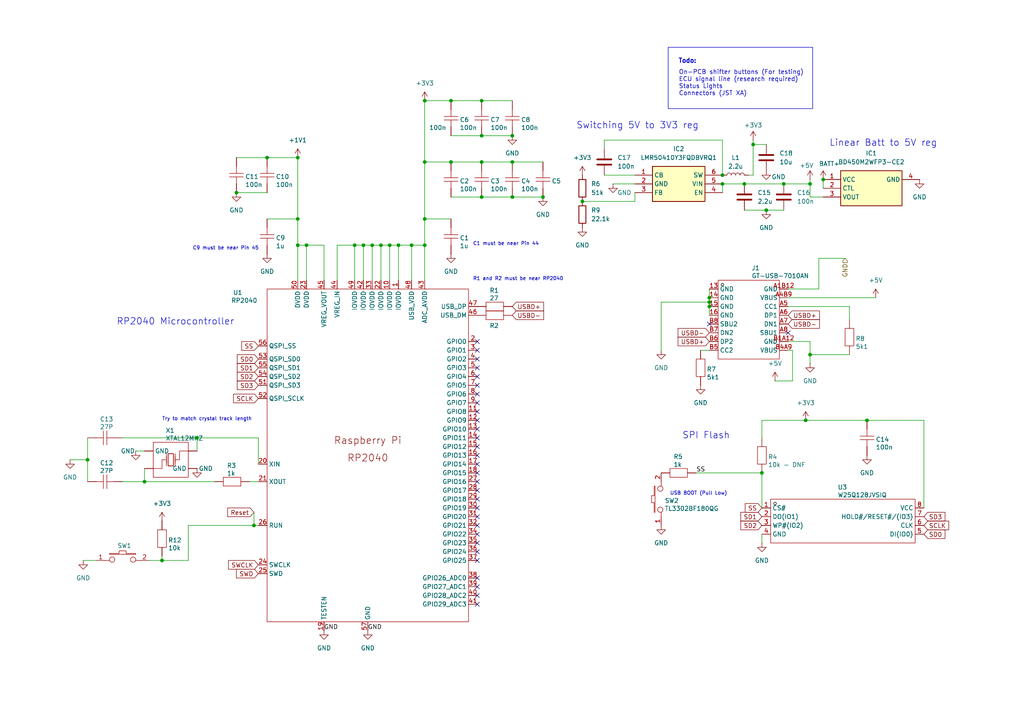
<source format=kicad_sch>
(kicad_sch (version 20250114) (generator "eeschema") (generator_version "9.0")
  (paper "A4")
  (lib_symbols
    (symbol "BD450M2WFP3-CE2:BD450M2WFP3-CE2"
      (property "Reference" "IC" (at 24.13 7.62 0))
      (property "Value" "BD450M2WFP3-CE2" (at 24.13 5.08 0))
      (symbol "BD450M2WFP3-CE2_1_1"
        (pin input line (at 0 0 0) (length 5.08) (name "VCC") (number "1"))
        (pin input line (at 0 -2.54 0) (length 5.08) (name "CTL") (number "2"))
        (pin output line (at 0 -5.08 0) (length 5.08) (name "VOUT") (number "3"))
        (pin power_in line (at 27.94 0 180) (length 5.08) (name "GND") (number "4"))
      )
    )
    (symbol "Device:C" (pin_numbers (hide yes)) (pin_names (offset 0.254))
      (property "Reference" "C" (at 0.635 2.54 0))
      (property "Value" "C" (at 0.635 -2.54 0))
      (symbol "C_1_1"
        (pin passive line (at 0 3.81 270) (length 2.794) (name "~") (number "1"))
        (pin passive line (at 0 -3.81 90) (length 2.794) (name "~") (number "2"))
      )
    )
    (symbol "Device:L" (pin_numbers (hide yes)) (pin_names (offset 1.016) (hide yes))
      (property "Reference" "L" (at -1.27 0 90))
      (property "Value" "L" (at 1.905 0 90))
      (symbol "L_1_1"
        (pin passive line (at 0 3.81 270) (length 1.27) (name "1") (number "1"))
        (pin passive line (at 0 -3.81 90) (length 1.27) (name "2") (number "2"))
      )
    )
    (symbol "Device:R" (pin_numbers (hide yes)) (pin_names (offset 0))
      (property "Reference" "R" (at 2.032 0 90))
      (property "Value" "R" (at 0 0 90))
      (symbol "R_1_1"
        (pin passive line (at 0 3.81 270) (length 1.27) (name "~") (number "1"))
        (pin passive line (at 0 -3.81 90) (length 1.27) (name "~") (number "2"))
      )
    )
    (symbol "LMR50410Y3FQDBVRQ1:LMR50410Y3FQDBVRQ1"
      (property "Reference" "IC" (at 21.59 7.62 0))
      (property "Value" "LMR50410Y3FQDBVRQ1" (at 21.59 5.08 0))
      (symbol "LMR50410Y3FQDBVRQ1_1_1"
        (pin passive line (at 0 0 0) (length 5.08) (name "CB") (number "1"))
        (pin passive line (at 0 -2.54 0) (length 5.08) (name "GND") (number "2"))
        (pin passive line (at 0 -5.08 0) (length 5.08) (name "FB") (number "3"))
        (pin passive line (at 25.4 0 180) (length 5.08) (name "SW") (number "6"))
        (pin passive line (at 25.4 -2.54 180) (length 5.08) (name "VIN") (number "5"))
        (pin passive line (at 25.4 -5.08 180) (length 5.08) (name "EN") (number "4"))
      )
    )
    (symbol "Reference_import-altium-import:root_0_0603WAF1001T5E_" (pin_numbers (hide yes)) (pin_names (hide yes))
      (symbol "root_0_0603WAF1001T5E__1_0"
        (pin passive line (at -5.08 0 0) (length 2.54) (name "1") (number "1"))
        (pin passive line (at 5.08 0 180) (length 2.54) (name "2") (number "2"))
      )
    )
    (symbol "Reference_import-altium-import:root_0_0603WAF270JT5E_" (pin_numbers (hide yes)) (pin_names (hide yes))
      (symbol "root_0_0603WAF270JT5E__1_0"
        (pin passive line (at -5.08 0 0) (length 2.54) (name "1") (number "1"))
        (pin passive line (at 5.08 0 180) (length 2.54) (name "2") (number "2"))
      )
    )
    (symbol "Reference_import-altium-import:root_0_CL10C270JB8NNNC_" (pin_numbers (hide yes)) (pin_names (hide yes))
      (symbol "root_0_CL10C270JB8NNNC__1_0"
        (pin passive line (at -5.08 0 0) (length 2.54) (name "1") (number "1"))
        (pin passive line (at 5.08 0 180) (length 2.54) (name "2") (number "2"))
      )
    )
    (symbol "Reference_import-altium-import:root_0_GT-USB-7010AN_"
      (symbol "root_0_GT-USB-7010AN__1_0"
        (pin passive line (at -11.43 8.89 0) (length 2.54) (name "GND") (number "13"))
        (pin passive line (at -11.43 6.35 0) (length 2.54) (name "GND") (number "14"))
        (pin passive line (at -11.43 3.81 0) (length 2.54) (name "GND") (number "15"))
        (pin passive line (at -11.43 1.27 0) (length 2.54) (name "GND") (number "16"))
        (pin passive line (at -11.43 -1.27 0) (length 2.54) (name "SBU2") (number "B8"))
        (pin passive line (at -11.43 -3.81 0) (length 2.54) (name "DN2") (number "B7"))
        (pin passive line (at -11.43 -6.35 0) (length 2.54) (name "DP2") (number "B6"))
        (pin passive line (at -11.43 -8.89 0) (length 2.54) (name "CC2") (number "B5"))
        (pin passive line (at 11.43 8.89 180) (length 2.54) (name "GND") (number "A1B12"))
        (pin passive line (at 11.43 6.35 180) (length 2.54) (name "VBUS") (number "A4B9"))
        (pin passive line (at 11.43 3.81 180) (length 2.54) (name "CC1") (number "A5"))
        (pin passive line (at 11.43 1.27 180) (length 2.54) (name "DP1") (number "A6"))
        (pin passive line (at 11.43 -1.27 180) (length 2.54) (name "DN1") (number "A7"))
        (pin passive line (at 11.43 -3.81 180) (length 2.54) (name "SBU1") (number "A8"))
        (pin passive line (at 11.43 -6.35 180) (length 2.54) (name "GND") (number "B1A12"))
        (pin passive line (at 11.43 -8.89 180) (length 2.54) (name "VBUS") (number "B4A9"))
      )
    )
    (symbol "Reference_import-altium-import:root_0_RP2040_"
      (symbol "root_0_RP2040__1_0"
        (text "Raspberry Pi" (at 0 6.916 0) (effects (font (size 2.032 2.032))))
        (text "RP2040" (at 0 1.836 0) (effects (font (size 2.032 2.032))))
        (pin passive line (at -31.75 34.29 0) (length 2.54) (name "QSPI_SS") (number "56"))
        (pin passive line (at -31.75 30.48 0) (length 2.54) (name "QSPI_SD0") (number "53"))
        (pin passive line (at -31.75 27.94 0) (length 2.54) (name "QSPI_SD1") (number "55"))
        (pin passive line (at -31.75 25.4 0) (length 2.54) (name "QSPI_SD2") (number "54"))
        (pin passive line (at -31.75 22.86 0) (length 2.54) (name "QSPI_SD3") (number "51"))
        (pin passive line (at -31.75 19.05 0) (length 2.54) (name "QSPI_SCLK") (number "52"))
        (pin passive line (at -31.75 0 0) (length 2.54) (name "XIN") (number "20"))
        (pin passive line (at -31.75 -5.08 0) (length 2.54) (name "XOUT") (number "21"))
        (pin passive line (at -31.75 -17.78 0) (length 2.54) (name "RUN") (number "26"))
        (pin passive line (at -31.75 -29.21 0) (length 2.54) (name "SWCLK") (number "24"))
        (pin passive line (at -31.75 -31.75 0) (length 2.54) (name "SWD") (number "25"))
        (pin passive line (at -20.32 53.34 270) (length 2.54) (name "DVDD") (number "50"))
        (pin passive line (at -17.78 53.34 270) (length 2.54) (name "DVDD") (number "23"))
        (pin passive line (at -12.7 53.34 270) (length 2.54) (name "VREG_VOUT") (number "45"))
        (pin passive line (at -12.7 -48.26 90) (length 2.54) (name "TESTEN") (number "19"))
        (pin passive line (at -8.89 53.34 270) (length 2.54) (name "VREG_IN") (number "44"))
        (pin passive line (at -3.81 53.34 270) (length 2.54) (name "IOVDD") (number "49"))
        (pin passive line (at -1.27 53.34 270) (length 2.54) (name "IOVDD") (number "42"))
        (pin passive line (at 0 -48.26 90) (length 2.54) (name "GND") (number "57"))
        (pin passive line (at 1.27 53.34 270) (length 2.54) (name "IOVDD") (number "33"))
        (pin passive line (at 3.81 53.34 270) (length 2.54) (name "IOVDD") (number "22"))
        (pin passive line (at 6.35 53.34 270) (length 2.54) (name "IOVDD") (number "10"))
        (pin passive line (at 8.89 53.34 270) (length 2.54) (name "IOVDD") (number "1"))
        (pin passive line (at 12.7 53.34 270) (length 2.54) (name "USB_VDD") (number "48"))
        (pin passive line (at 16.51 53.34 270) (length 2.54) (name "ADC_AVDD") (number "43"))
        (pin passive line (at 31.75 45.72 180) (length 2.54) (name "USB_DP") (number "47"))
        (pin passive line (at 31.75 43.18 180) (length 2.54) (name "USB_DM") (number "46"))
        (pin passive line (at 31.75 35.56 180) (length 2.54) (name "GPIO0") (number "2"))
        (pin passive line (at 31.75 33.02 180) (length 2.54) (name "GPIO1") (number "3"))
        (pin passive line (at 31.75 30.48 180) (length 2.54) (name "GPIO2") (number "4"))
        (pin passive line (at 31.75 27.94 180) (length 2.54) (name "GPIO3") (number "5"))
        (pin passive line (at 31.75 25.4 180) (length 2.54) (name "GPIO4") (number "6"))
        (pin passive line (at 31.75 22.86 180) (length 2.54) (name "GPIO5") (number "7"))
        (pin passive line (at 31.75 20.32 180) (length 2.54) (name "GPIO6") (number "8"))
        (pin passive line (at 31.75 17.78 180) (length 2.54) (name "GPIO7") (number "9"))
        (pin passive line (at 31.75 15.24 180) (length 2.54) (name "GPIO8") (number "11"))
        (pin passive line (at 31.75 12.7 180) (length 2.54) (name "GPIO9") (number "12"))
        (pin passive line (at 31.75 10.16 180) (length 2.54) (name "GPIO10") (number "13"))
        (pin passive line (at 31.75 7.62 180) (length 2.54) (name "GPIO11") (number "14"))
        (pin passive line (at 31.75 5.08 180) (length 2.54) (name "GPIO12") (number "15"))
        (pin passive line (at 31.75 2.54 180) (length 2.54) (name "GPIO13") (number "16"))
        (pin passive line (at 31.75 0 180) (length 2.54) (name "GPIO14") (number "17"))
        (pin passive line (at 31.75 -2.54 180) (length 2.54) (name "GPIO15") (number "18"))
        (pin passive line (at 31.75 -5.08 180) (length 2.54) (name "GPIO16") (number "27"))
        (pin passive line (at 31.75 -7.62 180) (length 2.54) (name "GPIO17") (number "28"))
        (pin passive line (at 31.75 -10.16 180) (length 2.54) (name "GPIO18") (number "29"))
        (pin passive line (at 31.75 -12.7 180) (length 2.54) (name "GPIO19") (number "30"))
        (pin passive line (at 31.75 -15.24 180) (length 2.54) (name "GPIO20") (number "31"))
        (pin passive line (at 31.75 -17.78 180) (length 2.54) (name "GPIO21") (number "32"))
        (pin passive line (at 31.75 -20.32 180) (length 2.54) (name "GPIO22") (number "34"))
        (pin passive line (at 31.75 -22.86 180) (length 2.54) (name "GPIO23") (number "35"))
        (pin passive line (at 31.75 -25.4 180) (length 2.54) (name "GPIO24") (number "36"))
        (pin passive line (at 31.75 -27.94 180) (length 2.54) (name "GPIO25") (number "37"))
        (pin passive line (at 31.75 -33.02 180) (length 2.54) (name "GPIO26_ADC0") (number "38"))
        (pin passive line (at 31.75 -35.56 180) (length 2.54) (name "GPIO27_ADC1") (number "39"))
        (pin passive line (at 31.75 -38.1 180) (length 2.54) (name "GPIO28_ADC2") (number "40"))
        (pin passive line (at 31.75 -40.64 180) (length 2.54) (name "GPIO29_ADC3") (number "41"))
      )
    )
    (symbol "Reference_import-altium-import:root_0_TL3302BF180QG_" (pin_names (hide yes))
      (symbol "root_0_TL3302BF180QG__1_0"
        (pin passive line (at -7.62 0 0) (length 2.54) (name "1") (number "1"))
        (pin passive line (at 7.62 0 180) (length 2.54) (name "2") (number "2"))
      )
    )
    (symbol "Reference_import-altium-import:root_0_W25Q128JVSSIQ_"
      (symbol "root_0_W25Q128JVSSIQ__1_0"
        (pin passive line (at -24.13 3.81 0) (length 2.54) (name "CS#") (number "1"))
        (pin passive line (at -24.13 1.27 0) (length 2.54) (name "DO(IO1)") (number "2"))
        (pin passive line (at -24.13 -1.27 0) (length 2.54) (name "WP#(IO2)") (number "3"))
        (pin passive line (at -24.13 -3.81 0) (length 2.54) (name "GND") (number "4"))
        (pin passive line (at 22.86 3.81 180) (length 2.54) (name "VCC") (number "8"))
        (pin passive line (at 22.86 1.27 180) (length 2.54) (name "HOLD#/RESET#/(IO3)") (number "7"))
        (pin passive line (at 22.86 -1.27 180) (length 2.54) (name "CLK") (number "6"))
        (pin passive line (at 22.86 -3.81 180) (length 2.54) (name "DI(IO0)") (number "5"))
      )
    )
    (symbol "Reference_import-altium-import:root_0_XTAL12MHz_" (pin_numbers (hide yes))
      (symbol "root_0_XTAL12MHz__1_0"
        (pin passive line (at -7.62 2.54 0) (length 2.54) (name "GND") (number "4"))
        (pin passive line (at -7.62 -2.54 0) (length 2.54) (name "OSC1") (number "1"))
        (pin passive line (at 7.62 2.54 180) (length 2.54) (name "OSC2") (number "3"))
        (pin passive line (at 7.62 -2.54 180) (length 2.54) (name "GND") (number "2"))
      )
    )
    (symbol "Reference_import-altium-import:root_1_0603WAF1002T5E_" (pin_numbers (hide yes)) (pin_names (hide yes))
      (symbol "root_1_0603WAF1002T5E__1_0"
        (pin passive line (at 0 5.08 270) (length 2.54) (name "2") (number "2"))
        (pin passive line (at 0 -5.08 90) (length 2.54) (name "1") (number "1"))
      )
    )
    (symbol "Reference_import-altium-import:root_1_0603WAF5101T5E_" (pin_numbers (hide yes)) (pin_names (hide yes))
      (symbol "root_1_0603WAF5101T5E__1_0"
        (pin passive line (at 0 5.08 270) (length 2.54) (name "2") (number "2"))
        (pin passive line (at 0 -5.08 90) (length 2.54) (name "1") (number "1"))
      )
    )
    (symbol "Reference_import-altium-import:root_1_10k - DNF_" (pin_numbers (hide yes)) (pin_names (hide yes))
      (symbol "root_1_10k - DNF__1_0"
        (pin passive line (at 0 5.08 270) (length 2.54) (name "2") (number "2"))
        (pin passive line (at 0 -5.08 90) (length 2.54) (name "1") (number "1"))
      )
    )
    (symbol "Reference_import-altium-import:root_1_CC0603KRX7R9BB104_" (pin_numbers (hide yes)) (pin_names (hide yes))
      (symbol "root_1_CC0603KRX7R9BB104__1_0"
        (pin passive line (at 0 5.08 270) (length 2.54) (name "2") (number "2"))
        (pin passive line (at 0 -5.08 90) (length 2.54) (name "1") (number "1"))
      )
    )
    (symbol "Reference_import-altium-import:root_1_TL3302BF180QG_" (pin_names (hide yes))
      (symbol "root_1_TL3302BF180QG__1_0"
        (pin passive line (at 0 7.62 270) (length 2.54) (name "2") (number "2"))
        (pin passive line (at 0 -7.62 90) (length 2.54) (name "1") (number "1"))
      )
    )
    (symbol "Reference_import-altium-import:root_3_CC0603KRX7R9BB104_" (pin_numbers (hide yes)) (pin_names (hide yes))
      (symbol "root_3_CC0603KRX7R9BB104__1_0"
        (pin passive line (at 0 5.08 270) (length 2.54) (name "1") (number "1"))
        (pin passive line (at 0 -5.08 90) (length 2.54) (name "2") (number "2"))
      )
    )
    (symbol "Reference_import-altium-import:root_3_CL10A105KB8NNNC_" (pin_numbers (hide yes)) (pin_names (hide yes))
      (symbol "root_3_CL10A105KB8NNNC__1_0"
        (pin passive line (at 0 5.08 270) (length 2.54) (name "1") (number "1"))
        (pin passive line (at 0 -5.08 90) (length 2.54) (name "2") (number "2"))
      )
    )
    (symbol "power:+1V1" (power) (pin_numbers (hide yes)) (pin_names (offset 0) (hide yes))
      (property "Value" "+1V1" (at 0 3.556 0))
      (symbol "+1V1_1_1"
        (pin power_in line (at 0 0 90) (length 0) (name "~") (number "1"))
      )
    )
    (symbol "power:+3V3" (power) (pin_numbers (hide yes)) (pin_names (offset 0) (hide yes))
      (property "Value" "+3V3" (at 0 3.556 0))
      (symbol "+3V3_1_1"
        (pin power_in line (at 0 0 90) (length 0) (name "~") (number "1"))
      )
    )
    (symbol "power:+5V" (power) (pin_numbers (hide yes)) (pin_names (offset 0) (hide yes))
      (property "Value" "+5V" (at 0 3.556 0))
      (symbol "+5V_1_1"
        (pin power_in line (at 0 0 90) (length 0) (name "~") (number "1"))
      )
    )
    (symbol "power:GND" (power) (pin_numbers (hide yes)) (pin_names (offset 0) (hide yes))
      (property "Value" "GND" (at 0 -3.81 0))
      (symbol "GND_1_1"
        (pin power_in line (at 0 0 270) (length 0) (name "~") (number "1"))
      )
    )
  )
  (rectangle (start 193.802 13.716) (end 235.712 31.496))
  (text "RP2040 Microcontroller" (at 33.782 94.488 0) (effects (font (size 1.905 1.905)) (justify left bottom)))
  (text "Try to match crystal track length" (at 46.99 122.192 0) (effects (font (size 1.016 1.016)) (justify left bottom)))
  (text "Todo:" (at 199.39 17.78 0) (effects (font (size 1.27 1.27) (thickness 0.254) (bold yes))))
  (text "R1 and R2 must be near RP2040" (at 137.16 81.552 0) (effects (font (size 1.016 1.016)) (justify left bottom)))
  (text "On-PCB shifter buttons (For testing)\nECU signal line (research required)\nStatus Lights\nConnectors (JST XA)\n\n" (at 196.85 25.146 0) (effects (font (size 1.27 1.27)) (justify left)))
  (text "Switching 5V to 3V3 reg" (at 167.132 37.592 0) (effects (font (size 1.905 1.905)) (justify left bottom)))
  (text "C9 must be near Pin 45" (at 55.88 72.662 0) (effects (font (size 1.016 1.016)) (justify left bottom)))
  (text "USB BOOT (Pull Low)" (at 194.31 143.782 0) (effects (font (size 1.016 1.016)) (justify left bottom)))
  (text "SPI Flash\n" (at 197.866 127.508 0) (effects (font (size 1.905 1.905)) (justify left bottom)))
  (text "Linear Batt to 5V reg\n" (at 240.538 42.672 0) (effects (font (size 1.905 1.905)) (justify left bottom)))
  (text "C1 must be near Pin 44" (at 137.16 71.392 0) (effects (font (size 1.016 1.016)) (justify left bottom)))
  (junction (at 119.38 71.12))
  (junction (at 25.4 133.35))
  (junction (at 139.7 46.99))
  (junction (at 233.68 121.92))
  (junction (at 46.99 162.56))
  (junction (at 215.9 53.34))
  (junction (at 68.58 55.88))
  (junction (at 234.95 53.34))
  (junction (at 130.81 46.99))
  (junction (at 139.7 29.21))
  (junction (at 105.41 71.12))
  (junction (at 86.36 63.5))
  (junction (at 157.48 57.15))
  (junction (at 205.74 86.36))
  (junction (at 148.59 57.15))
  (junction (at 123.19 46.99))
  (junction (at 209.55 50.8))
  (junction (at 86.36 71.12))
  (junction (at 148.59 46.99))
  (junction (at 113.03 71.12))
  (junction (at 110.49 71.12))
  (junction (at 77.47 45.72))
  (junction (at 209.55 53.34))
  (junction (at 123.19 71.12))
  (junction (at 123.19 29.21))
  (junction (at 139.7 57.15))
  (junction (at 57.15 127))
  (junction (at 222.25 60.96))
  (junction (at 107.95 71.12))
  (junction (at 115.57 71.12))
  (junction (at 130.81 29.21))
  (junction (at 102.87 71.12))
  (junction (at 238.76 52.07))
  (junction (at 205.74 88.9))
  (junction (at 88.9 71.12))
  (junction (at 205.74 87.63))
  (junction (at 73.66 152.4))
  (junction (at 168.91 58.42))
  (junction (at 139.7 39.37))
  (junction (at 123.19 63.5))
  (junction (at 148.59 39.37))
  (junction (at 220.98 137.16))
  (junction (at 227.33 53.34))
  (junction (at 86.36 45.72))
  (junction (at 234.95 102.87))
  (junction (at 218.44 41.91))
  (junction (at 41.91 139.7))
  (junction (at 251.46 121.92))
  (no_connect (at 138.43 175.26))
  (no_connect (at 138.43 106.68))
  (no_connect (at 138.43 132.08))
  (no_connect (at 138.43 154.94))
  (no_connect (at 138.43 109.22))
  (no_connect (at 138.43 124.46))
  (no_connect (at 138.43 116.84))
  (no_connect (at 138.43 170.18))
  (no_connect (at 138.43 127))
  (no_connect (at 138.43 104.14))
  (no_connect (at 138.43 121.92))
  (no_connect (at 138.43 157.48))
  (no_connect (at 138.43 149.86))
  (no_connect (at 138.43 99.06))
  (no_connect (at 138.43 101.6))
  (no_connect (at 138.43 119.38))
  (no_connect (at 205.74 93.98))
  (no_connect (at 138.43 147.32))
  (no_connect (at 138.43 167.64))
  (no_connect (at 138.43 129.54))
  (no_connect (at 138.43 139.7))
  (no_connect (at 228.6 96.52))
  (no_connect (at 138.43 114.3))
  (no_connect (at 138.43 134.62))
  (no_connect (at 138.43 111.76))
  (no_connect (at 138.43 172.72))
  (no_connect (at 138.43 137.16))
  (no_connect (at 138.43 162.56))
  (no_connect (at 138.43 160.02))
  (no_connect (at 138.43 152.4))
  (no_connect (at 138.43 144.78))
  (no_connect (at 138.43 142.24))
  (wire (pts (xy 205.74 86.36) (xy 205.74 87.63)))
  (wire (pts (xy 77.47 55.88) (xy 68.58 55.88)))
  (wire (pts (xy 113.03 81.28) (xy 113.03 71.12)))
  (wire (pts (xy 57.15 127) (xy 74.93 127)))
  (wire (pts (xy 97.79 71.12) (xy 97.79 81.28)))
  (wire (pts (xy 123.19 81.28) (xy 123.19 71.12)))
  (wire (pts (xy 222.25 60.96) (xy 227.33 60.96)))
  (wire (pts (xy 215.9 53.34) (xy 227.33 53.34)))
  (wire (pts (xy 234.95 57.15) (xy 238.76 57.15)))
  (wire (pts (xy 237.49 83.82) (xy 237.49 74.93)))
  (wire (pts (xy 205.74 88.9) (xy 205.74 91.44)))
  (wire (pts (xy 93.98 71.12) (xy 93.98 81.28)))
  (wire (pts (xy 130.81 63.5) (xy 123.19 63.5)))
  (wire (pts (xy 88.9 71.12) (xy 93.98 71.12)))
  (wire (pts (xy 41.91 139.7) (xy 62.23 139.7)))
  (wire (pts (xy 86.36 71.12) (xy 88.9 71.12)))
  (wire (pts (xy 228.6 101.6) (xy 229.87 101.6)))
  (wire (pts (xy 238.76 52.07) (xy 238.76 54.61)))
  (wire (pts (xy 205.74 87.63) (xy 205.74 88.9)))
  (wire (pts (xy 74.93 127) (xy 74.93 134.62)))
  (wire (pts (xy 218.44 41.91) (xy 222.25 41.91)))
  (wire (pts (xy 123.19 63.5) (xy 123.19 71.12)))
  (wire (pts (xy 191.77 101.6) (xy 191.77 87.63)))
  (wire (pts (xy 105.41 81.28) (xy 105.41 71.12)))
  (wire (pts (xy 139.7 39.37) (xy 130.81 39.37)))
  (wire (pts (xy 209.55 40.64) (xy 209.55 50.8)))
  (wire (pts (xy 139.7 29.21) (xy 130.81 29.21)))
  (wire (pts (xy 25.4 127) (xy 25.4 133.35)))
  (wire (pts (xy 220.98 137.16) (xy 220.98 147.32)))
  (wire (pts (xy 43.18 162.56) (xy 46.99 162.56)))
  (wire (pts (xy 220.98 121.92) (xy 233.68 121.92)))
  (wire (pts (xy 123.19 29.21) (xy 130.81 29.21)))
  (wire (pts (xy 227.33 53.34) (xy 234.95 53.34)))
  (wire (pts (xy 39.37 130.81) (xy 41.91 130.81)))
  (wire (pts (xy 107.95 71.12) (xy 105.41 71.12)))
  (wire (pts (xy 72.39 139.7) (xy 74.93 139.7)))
  (wire (pts (xy 115.57 81.28) (xy 115.57 71.12)))
  (wire (pts (xy 54.61 152.4) (xy 54.61 162.56)))
  (wire (pts (xy 110.49 71.12) (xy 107.95 71.12)))
  (wire (pts (xy 86.36 63.5) (xy 86.36 71.12)))
  (wire (pts (xy 25.4 133.35) (xy 25.4 139.7)))
  (wire (pts (xy 139.7 46.99) (xy 130.81 46.99)))
  (wire (pts (xy 73.66 152.4) (xy 54.61 152.4)))
  (wire (pts (xy 110.49 81.28) (xy 110.49 71.12)))
  (wire (pts (xy 148.59 46.99) (xy 139.7 46.99)))
  (wire (pts (xy 237.49 74.93) (xy 245.11 74.93)))
  (wire (pts (xy 24.13 162.56) (xy 27.94 162.56)))
  (wire (pts (xy 175.26 50.8) (xy 184.15 50.8)))
  (wire (pts (xy 191.77 87.63) (xy 205.74 87.63)))
  (wire (pts (xy 119.38 71.12) (xy 123.19 71.12)))
  (wire (pts (xy 184.15 55.88) (xy 184.15 58.42)))
  (wire (pts (xy 229.87 110.49) (xy 224.79 110.49)))
  (wire (pts (xy 220.98 154.94) (xy 220.98 157.48)))
  (wire (pts (xy 102.87 81.28) (xy 102.87 71.12)))
  (wire (pts (xy 251.46 121.92) (xy 267.97 121.92)))
  (wire (pts (xy 234.95 102.87) (xy 234.95 105.41)))
  (wire (pts (xy 119.38 81.28) (xy 119.38 71.12)))
  (wire (pts (xy 148.59 29.21) (xy 139.7 29.21)))
  (wire (pts (xy 74.93 152.4) (xy 73.66 152.4)))
  (wire (pts (xy 86.36 45.72) (xy 86.36 63.5)))
  (wire (pts (xy 20.32 133.35) (xy 25.4 133.35)))
  (wire (pts (xy 234.95 52.07) (xy 234.95 53.34)))
  (wire (pts (xy 184.15 58.42) (xy 168.91 58.42)))
  (wire (pts (xy 123.19 46.99) (xy 123.19 63.5)))
  (wire (pts (xy 130.81 46.99) (xy 123.19 46.99)))
  (wire (pts (xy 86.36 81.28) (xy 86.36 71.12)))
  (wire (pts (xy 57.15 130.81) (xy 57.15 127)))
  (wire (pts (xy 246.38 102.87) (xy 234.95 102.87)))
  (wire (pts (xy 107.95 81.28) (xy 107.95 71.12)))
  (wire (pts (xy 88.9 81.28) (xy 88.9 71.12)))
  (wire (pts (xy 177.8 53.34) (xy 184.15 53.34)))
  (wire (pts (xy 246.38 92.71) (xy 246.38 88.9)))
  (wire (pts (xy 97.79 71.12) (xy 102.87 71.12)))
  (wire (pts (xy 215.9 60.96) (xy 222.25 60.96)))
  (wire (pts (xy 139.7 57.15) (xy 130.81 57.15)))
  (wire (pts (xy 234.95 53.34) (xy 234.95 57.15)))
  (wire (pts (xy 77.47 45.72) (xy 86.36 45.72)))
  (wire (pts (xy 41.91 135.89) (xy 41.91 139.7)))
  (wire (pts (xy 35.56 127) (xy 57.15 127)))
  (wire (pts (xy 218.44 41.91) (xy 218.44 50.8)))
  (wire (pts (xy 77.47 63.5) (xy 86.36 63.5)))
  (wire (pts (xy 228.6 83.82) (xy 237.49 83.82)))
  (wire (pts (xy 246.38 88.9) (xy 228.6 88.9)))
  (wire (pts (xy 157.48 46.99) (xy 148.59 46.99)))
  (wire (pts (xy 218.44 40.64) (xy 218.44 41.91)))
  (wire (pts (xy 148.59 39.37) (xy 139.7 39.37)))
  (wire (pts (xy 115.57 71.12) (xy 119.38 71.12)))
  (wire (pts (xy 46.99 162.56) (xy 46.99 161.29)))
  (wire (pts (xy 234.95 99.06) (xy 234.95 102.87)))
  (wire (pts (xy 68.58 45.72) (xy 77.47 45.72)))
  (wire (pts (xy 218.44 50.8) (xy 217.17 50.8)))
  (wire (pts (xy 267.97 121.92) (xy 267.97 147.32)))
  (wire (pts (xy 46.99 162.56) (xy 54.61 162.56)))
  (wire (pts (xy 228.6 99.06) (xy 234.95 99.06)))
  (wire (pts (xy 175.26 43.18) (xy 175.26 40.64)))
  (wire (pts (xy 220.98 127) (xy 220.98 121.92)))
  (wire (pts (xy 110.49 71.12) (xy 113.03 71.12)))
  (wire (pts (xy 175.26 40.64) (xy 209.55 40.64)))
  (wire (pts (xy 229.87 101.6) (xy 229.87 110.49)))
  (wire (pts (xy 157.48 57.15) (xy 148.59 57.15)))
  (wire (pts (xy 205.74 101.6) (xy 203.2 101.6)))
  (wire (pts (xy 123.19 29.21) (xy 123.19 46.99)))
  (wire (pts (xy 115.57 71.12) (xy 113.03 71.12)))
  (wire (pts (xy 102.87 71.12) (xy 105.41 71.12)))
  (wire (pts (xy 228.6 86.36) (xy 254 86.36)))
  (wire (pts (xy 35.56 139.7) (xy 41.91 139.7)))
  (wire (pts (xy 233.68 121.92) (xy 251.46 121.92)))
  (wire (pts (xy 205.74 83.82) (xy 205.74 86.36)))
  (wire (pts (xy 148.59 57.15) (xy 139.7 57.15)))
  (wire (pts (xy 201.93 137.16) (xy 220.98 137.16)))
  (wire (pts (xy 73.66 148.59) (xy 73.66 152.4)))
  (wire (pts (xy 209.55 53.34) (xy 209.55 55.88)))
  (wire (pts (xy 209.55 53.34) (xy 215.9 53.34)))
  (label "GND" (at 106.68 182.88 0))
  (label "GND" (at 93.98 182.88 0))
  (label "SS" (at 201.93 137.16 0))
  (global_label "SCLK" (shape input) (at 74.93 115.57 180) (property "Intersheetrefs" "${INTERSHEET_REFS}" (effects (hide yes))))
  (global_label "USBD+" (shape input) (at 148.59 88.9 0) (property "Intersheetrefs" "${INTERSHEET_REFS}" (effects (hide yes))))
  (global_label "SD0" (shape input) (at 267.97 154.94 0) (property "Intersheetrefs" "${INTERSHEET_REFS}" (effects (hide yes))))
  (global_label "USBD+" (shape input) (at 205.74 99.06 180) (property "Intersheetrefs" "${INTERSHEET_REFS}" (effects (hide yes))))
  (global_label "SWD" (shape input) (at 74.93 166.37 180) (property "Intersheetrefs" "${INTERSHEET_REFS}" (effects (hide yes))))
  (global_label "SCLK" (shape input) (at 267.97 152.4 0) (property "Intersheetrefs" "${INTERSHEET_REFS}" (effects (hide yes))))
  (global_label "SD3" (shape input) (at 74.93 111.76 180) (property "Intersheetrefs" "${INTERSHEET_REFS}" (effects (hide yes))))
  (global_label "USBD-" (shape input) (at 205.74 96.52 180) (property "Intersheetrefs" "${INTERSHEET_REFS}" (effects (hide yes))))
  (global_label "SD2" (shape input) (at 74.93 109.22 180) (property "Intersheetrefs" "${INTERSHEET_REFS}" (effects (hide yes))))
  (global_label "Reset" (shape input) (at 73.66 148.59 180) (property "Intersheetrefs" "${INTERSHEET_REFS}" (effects (hide yes))))
  (global_label "USBD+" (shape input) (at 228.6 91.44 0) (property "Intersheetrefs" "${INTERSHEET_REFS}" (effects (hide yes))))
  (global_label "SWCLK" (shape input) (at 74.93 163.83 180) (property "Intersheetrefs" "${INTERSHEET_REFS}" (effects (hide yes))))
  (global_label "USBD-" (shape input) (at 228.6 93.98 0) (property "Intersheetrefs" "${INTERSHEET_REFS}" (effects (hide yes))))
  (global_label "SD0" (shape input) (at 74.93 104.14 180) (property "Intersheetrefs" "${INTERSHEET_REFS}" (effects (hide yes))))
  (global_label "SS" (shape input) (at 74.93 100.33 180) (property "Intersheetrefs" "${INTERSHEET_REFS}" (effects (hide yes))))
  (global_label "SS" (shape input) (at 220.98 147.32 180) (property "Intersheetrefs" "${INTERSHEET_REFS}" (effects (hide yes))))
  (global_label "SD2" (shape input) (at 220.98 152.4 180) (property "Intersheetrefs" "${INTERSHEET_REFS}" (effects (hide yes))))
  (global_label "SD3" (shape input) (at 267.97 149.86 0) (property "Intersheetrefs" "${INTERSHEET_REFS}" (effects (hide yes))))
  (global_label "SD1" (shape input) (at 74.93 106.68 180) (property "Intersheetrefs" "${INTERSHEET_REFS}" (effects (hide yes))))
  (global_label "SD1" (shape input) (at 220.98 149.86 180) (property "Intersheetrefs" "${INTERSHEET_REFS}" (effects (hide yes))))
  (global_label "USBD-" (shape input) (at 148.59 91.44 0) (property "Intersheetrefs" "${INTERSHEET_REFS}" (effects (hide yes))))
  (hierarchical_label "GND" (shape input) (at 245.11 74.93 270))
  (symbol (lib_id "power:GND") (at 177.8 53.34 0) (unit 1)
    (property "Reference" "#PWR027" (effects (hide yes)))
    (property "Value" "GND" (at 181.102 55.88 0))
    (property "Description" "Power symbol creates a global label with name \"GND\" , ground" (effects (hide yes)))
  )
  (symbol (lib_id "power:+3V3") (at 233.68 121.92 0) (unit 1)
    (property "Reference" "#PWR016" (effects (hide yes)))
    (property "Value" "+3V3" (at 233.68 116.84 0))
    (property "Description" "Power symbol creates a global label with name \"+3V3\"" (effects (hide yes)))
  )
  (symbol (lib_id "power:GND") (at 77.47 73.66 0) (unit 1)
    (property "Reference" "#PWR011" (effects (hide yes)))
    (property "Value" "GND" (at 77.47 78.74 0))
    (property "Description" "Power symbol creates a global label with name \"GND\" , ground" (effects (hide yes)))
  )
  (symbol (lib_id "power:+5V") (at 234.95 52.07 0) (unit 1)
    (property "Reference" "#PWR026" (effects (hide yes)))
    (property "Value" "+5V" (at 233.934 48.006 0))
    (property "Description" "Power symbol creates a global label with name \"+5V\"" (effects (hide yes)))
  )
  (symbol (lib_id "Reference_import-altium-import:root_3_CC0603KRX7R9BB104_") (at 157.48 52.07 0) (unit 1)
    (property "Reference" "C5" (at 160.02 53.241 0) (effects (justify left bottom)))
    (property "Value" "100n" (at 124.46 37.747 0) (effects (justify left bottom)))
    (property "Footprint" "C0603" (effects (hide yes)))
    (property "SYMBOL" "100n" (effects (hide yes)))
    (property "DEVICE" "CC0603KRX7R9BB104" (effects (hide yes)))
    (property "SUPPLIER PART" "C14663" (effects (hide yes)))
    (property "SUPPLIER" "LCSC" (effects (hide yes)))
    (property "MANUFACTURER PART" "CC0603KRX7R9BB104" (effects (hide yes)))
    (property "MANUFACTURER" "YAGEO" (effects (hide yes)))
    (property "CONVERT TO PCB" "yes" (effects (hide yes)))
    (property "ADD INTO BOM" "yes" (effects (hide yes)))
    (property "ORIGIN FOOTPRINT" "C0603" (effects (hide yes)))
  )
  (symbol (lib_id "Device:C") (at 215.9 57.15 0) (unit 1)
    (property "Reference" "C15" (at 219.71 55.8799 0) (effects (justify left)))
    (property "Value" "2.2u" (at 219.71 58.4199 0) (effects (justify left)))
    (property "Description" "Unpolarized capacitor" (effects (hide yes)))
  )
  (symbol (lib_id "power:GND") (at 222.25 49.53 0) (unit 1)
    (property "Reference" "#PWR032" (effects (hide yes)))
    (property "Value" "GND" (at 225.806 51.308 0))
    (property "Description" "Power symbol creates a global label with name \"GND\" , ground" (effects (hide yes)))
  )
  (symbol (lib_id "Reference_import-altium-import:root_3_CC0603KRX7R9BB104_") (at 139.7 34.29 0) (unit 1)
    (property "Reference" "C7" (at 142.24 35.461 0) (effects (justify left bottom)))
    (property "Value" "100n" (at 142.24 37.747 0) (effects (justify left bottom)))
    (property "Footprint" "C0603" (effects (hide yes)))
    (property "SYMBOL" "100n" (effects (hide yes)))
    (property "DEVICE" "CC0603KRX7R9BB104" (effects (hide yes)))
    (property "SUPPLIER PART" "C14663" (effects (hide yes)))
    (property "SUPPLIER" "LCSC" (effects (hide yes)))
    (property "MANUFACTURER PART" "CC0603KRX7R9BB104" (effects (hide yes)))
    (property "MANUFACTURER" "YAGEO" (effects (hide yes)))
    (property "CONVERT TO PCB" "yes" (effects (hide yes)))
    (property "ADD INTO BOM" "yes" (effects (hide yes)))
    (property "ORIGIN FOOTPRINT" "C0603" (effects (hide yes)))
  )
  (symbol (lib_id "Reference_import-altium-import:root_0_XTAL12MHz_") (at 49.53 133.35 0) (unit 1)
    (property "Reference" "X1" (at 48.016 125.593 0) (effects (justify left bottom)))
    (property "Value" "XTAL12MHZ" (at 48.016 127.854 0) (effects (justify left bottom)))
    (property "Footprint" "CRYSTAL-SMD_4P-L2.5-W2.0-BL_XTAL12MHZ" (effects (hide yes)))
    (property "SYMBOL" "XTAL12MHZ" (effects (hide yes)))
    (property "DEVICE" "XTAL12MHz" (effects (hide yes)))
    (property "SUPPLIER" "LCSC" (effects (hide yes)))
    (property "SUPPLIER PART" "C9900004382" (effects (hide yes)))
    (property "MANUFACTURER" "null" (effects (hide yes)))
    (property "MANUFACTURER PART" "XTAL12MHz" (effects (hide yes)))
    (property "JLCPCB PART CLASS" "Extended Part" (effects (hide yes)))
    (property "CONVERT TO PCB" "yes" (effects (hide yes)))
    (property "ADD INTO BOM" "yes" (effects (hide yes)))
    (property "ORIGIN FOOTPRINT" "CRYSTAL-SMD_4P-L2.5-W2.0-BL_XTAL12MHZ" (effects (hide yes)))
  )
  (symbol (lib_id "Reference_import-altium-import:root_3_CC0603KRX7R9BB104_") (at 148.59 34.29 0) (unit 1)
    (property "Reference" "C8" (at 151.13 35.461 0) (effects (justify left bottom)))
    (property "Value" "100n" (at 151.13 37.747 0) (effects (justify left bottom)))
    (property "Footprint" "C0603" (effects (hide yes)))
    (property "SYMBOL" "100n" (effects (hide yes)))
    (property "DEVICE" "CC0603KRX7R9BB104" (effects (hide yes)))
    (property "SUPPLIER PART" "C14663" (effects (hide yes)))
    (property "SUPPLIER" "LCSC" (effects (hide yes)))
    (property "MANUFACTURER PART" "CC0603KRX7R9BB104" (effects (hide yes)))
    (property "MANUFACTURER" "YAGEO" (effects (hide yes)))
    (property "CONVERT TO PCB" "yes" (effects (hide yes)))
    (property "ADD INTO BOM" "yes" (effects (hide yes)))
    (property "ORIGIN FOOTPRINT" "C0603" (effects (hide yes)))
  )
  (symbol (lib_id "Reference_import-altium-import:root_3_CC0603KRX7R9BB104_") (at 130.81 52.07 0) (unit 1)
    (property "Reference" "C2" (at 133.35 53.241 0) (effects (justify left bottom)))
    (property "Value" "100n" (at 133.35 55.527 0) (effects (justify left bottom)))
    (property "Footprint" "C0603" (effects (hide yes)))
    (property "SYMBOL" "100n" (effects (hide yes)))
    (property "DEVICE" "CC0603KRX7R9BB104" (effects (hide yes)))
    (property "SUPPLIER PART" "C14663" (effects (hide yes)))
    (property "SUPPLIER" "LCSC" (effects (hide yes)))
    (property "MANUFACTURER PART" "CC0603KRX7R9BB104" (effects (hide yes)))
    (property "MANUFACTURER" "YAGEO" (effects (hide yes)))
    (property "CONVERT TO PCB" "yes" (effects (hide yes)))
    (property "ADD INTO BOM" "yes" (effects (hide yes)))
    (property "ORIGIN FOOTPRINT" "C0603" (effects (hide yes)))
  )
  (symbol (lib_id "power:+1V1") (at 123.19 29.21 0) (unit 1)
    (property "Reference" "#PWR09" (effects (hide yes)))
    (property "Value" "+3V3" (at 123.19 24.13 0))
    (property "Description" "Power symbol creates a global label with name \"+1V1\"" (effects (hide yes)))
  )
  (symbol (lib_id "Device:C") (at 227.33 57.15 0) (unit 1)
    (property "Reference" "C16" (at 231.14 55.8799 0) (effects (justify left)))
    (property "Value" "100n" (at 231.14 58.4199 0) (effects (justify left)))
    (property "Description" "Unpolarized capacitor" (effects (hide yes)))
  )
  (symbol (lib_id "power:GND") (at 57.15 135.89 0) (unit 1)
    (property "Reference" "#PWR07" (effects (hide yes)))
    (property "Value" "GND" (at 59.69 135.89 0))
    (property "Description" "Power symbol creates a global label with name \"GND\" , ground" (effects (hide yes)))
  )
  (symbol (lib_id "Reference_import-altium-import:root_0_0603WAF270JT5E_") (at 143.51 88.9 0) (unit 1)
    (property "Reference" "R1" (at 141.994 84.966 0) (effects (justify left bottom)))
    (property "Value" "27" (at 141.994 87.214 0) (effects (justify left bottom)))
    (property "Footprint" "R0603" (effects (hide yes)))
    (property "SYMBOL" "27" (effects (hide yes)))
    (property "DEVICE" "0603WAF270JT5E" (effects (hide yes)))
    (property "SUPPLIER PART" "C25190" (effects (hide yes)))
    (property "SUPPLIER" "LCSC" (effects (hide yes)))
    (property "MANUFACTURER PART" "0603WAF270JT5E" (effects (hide yes)))
    (property "MANUFACTURER" "UniOhm" (effects (hide yes)))
    (property "CONVERT TO PCB" "yes" (effects (hide yes)))
    (property "ADD INTO BOM" "yes" (effects (hide yes)))
    (property "ORIGIN FOOTPRINT" "R0603" (effects (hide yes)))
  )
  (symbol (lib_id "Reference_import-altium-import:root_1_10k - DNF_") (at 220.98 132.08 0) (unit 1)
    (property "Reference" "R4" (at 222.758 133.251 0) (effects (justify left bottom)))
    (property "Value" "10k - DNF" (at 222.758 135.537 0) (effects (justify left bottom)))
    (property "Footprint" "R0603" (effects (hide yes)))
    (property "SYMBOL" "10k - DNF" (effects (hide yes)))
    (property "DEVICE" "10k - DNF" (effects (hide yes)))
    (property "CONVERT TO PCB" "yes" (effects (hide yes)))
    (property "ADD INTO BOM" "yes" (effects (hide yes)))
    (property "ORIGIN FOOTPRINT" "R0603" (effects (hide yes)))
  )
  (symbol (lib_id "power:+5V") (at 168.91 50.8 0) (unit 1)
    (property "Reference" "#PWR030" (effects (hide yes)))
    (property "Value" "+3V3" (at 168.91 45.72 0))
    (property "Description" "Power symbol creates a global label with name \"+5V\"" (effects (hide yes)))
  )
  (symbol (lib_id "Reference_import-altium-import:root_1_CC0603KRX7R9BB104_") (at 251.46 127 0) (unit 1)
    (property "Reference" "C14" (at 254 128.192 0) (effects (justify left bottom)))
    (property "Value" "100n" (at 254 130.442 0) (effects (justify left bottom)))
    (property "Footprint" "C0603" (effects (hide yes)))
    (property "SYMBOL" "100n" (effects (hide yes)))
    (property "DEVICE" "CC0603KRX7R9BB104" (effects (hide yes)))
    (property "SUPPLIER PART" "C14663" (effects (hide yes)))
    (property "SUPPLIER" "LCSC" (effects (hide yes)))
    (property "MANUFACTURER PART" "CC0603KRX7R9BB104" (effects (hide yes)))
    (property "MANUFACTURER" "YAGEO" (effects (hide yes)))
    (property "CONVERT TO PCB" "yes" (effects (hide yes)))
    (property "ADD INTO BOM" "yes" (effects (hide yes)))
    (property "ORIGIN FOOTPRINT" "C0603" (effects (hide yes)))
  )
  (symbol (lib_id "power:GND") (at 266.7 52.07 0) (unit 1)
    (property "Reference" "#PWR025" (effects (hide yes)))
    (property "Value" "GND" (at 266.7 57.15 0))
    (property "Description" "Power symbol creates a global label with name \"GND\" , ground" (effects (hide yes)))
  )
  (symbol (lib_id "power:GND") (at 220.98 157.48 0) (unit 1)
    (property "Reference" "#PWR015" (effects (hide yes)))
    (property "Value" "GND" (at 220.98 162.56 0))
    (property "Description" "Power symbol creates a global label with name \"GND\" , ground" (effects (hide yes)))
  )
  (symbol (lib_id "Reference_import-altium-import:root_0_0603WAF1001T5E_") (at 196.85 137.16 0) (unit 1)
    (property "Reference" "R5" (at 195.334 133.16 0) (effects (justify left bottom)))
    (property "Value" "1k" (at 195.334 135.474 0) (effects (justify left bottom)))
    (property "Footprint" "R0603" (effects (hide yes)))
    (property "SYMBOL" "1k" (effects (hide yes)))
    (property "DEVICE" "0603WAF1001T5E" (effects (hide yes)))
    (property "SUPPLIER PART" "C21190" (effects (hide yes)))
    (property "SUPPLIER" "LCSC" (effects (hide yes)))
    (property "MANUFACTURER PART" "0603WAF1001T5E" (effects (hide yes)))
    (property "MANUFACTURER" "UniOhm" (effects (hide yes)))
    (property "CONVERT TO PCB" "yes" (effects (hide yes)))
    (property "ADD INTO BOM" "yes" (effects (hide yes)))
    (property "ORIGIN FOOTPRINT" "R0603" (effects (hide yes)))
  )
  (symbol (lib_id "power:+1V1") (at 86.36 45.72 0) (unit 1)
    (property "Reference" "#PWR08" (effects (hide yes)))
    (property "Value" "+1V1" (at 86.36 40.64 0))
    (property "Description" "Power symbol creates a global label with name \"+1V1\"" (effects (hide yes)))
  )
  (symbol (lib_id "power:GND") (at 24.13 162.56 0) (unit 1)
    (property "Reference" "#PWR03" (effects (hide yes)))
    (property "Value" "GND" (at 24.13 167.64 0))
    (property "Description" "Power symbol creates a global label with name \"GND\" , ground" (effects (hide yes)))
  )
  (symbol (lib_id "Reference_import-altium-import:root_1_CC0603KRX7R9BB104_") (at 68.58 50.8 0) (unit 1)
    (property "Reference" "C11" (at 71.12 51.961 0) (effects (justify left bottom)))
    (property "Value" "100n" (at 71.12 54.285 0) (effects (justify left bottom)))
    (property "Footprint" "C0603" (effects (hide yes)))
    (property "SYMBOL" "100n" (effects (hide yes)))
    (property "DEVICE" "CC0603KRX7R9BB104" (effects (hide yes)))
    (property "SUPPLIER PART" "C14663" (effects (hide yes)))
    (property "SUPPLIER" "LCSC" (effects (hide yes)))
    (property "MANUFACTURER PART" "CC0603KRX7R9BB104" (effects (hide yes)))
    (property "MANUFACTURER" "YAGEO" (effects (hide yes)))
    (property "CONVERT TO PCB" "yes" (effects (hide yes)))
    (property "ADD INTO BOM" "yes" (effects (hide yes)))
    (property "ORIGIN FOOTPRINT" "C0603" (effects (hide yes)))
  )
  (symbol (lib_id "power:GND") (at 106.68 182.88 0) (unit 1)
    (property "Reference" "#PWR02" (effects (hide yes)))
    (property "Value" "GND" (at 106.68 187.96 0))
    (property "Description" "Power symbol creates a global label with name \"GND\" , ground" (effects (hide yes)))
  )
  (symbol (lib_id "Reference_import-altium-import:root_0_0603WAF1001T5E_") (at 67.31 139.7 0) (unit 1)
    (property "Reference" "R3" (at 65.794 135.766 0) (effects (justify left bottom)))
    (property "Value" "1k" (at 65.794 138.014 0) (effects (justify left bottom)))
    (property "Footprint" "R0603" (effects (hide yes)))
    (property "SYMBOL" "1k" (effects (hide yes)))
    (property "DEVICE" "0603WAF1001T5E" (effects (hide yes)))
    (property "SUPPLIER PART" "C21190" (effects (hide yes)))
    (property "SUPPLIER" "LCSC" (effects (hide yes)))
    (property "MANUFACTURER PART" "0603WAF1001T5E" (effects (hide yes)))
    (property "MANUFACTURER" "UniOhm" (effects (hide yes)))
    (property "CONVERT TO PCB" "yes" (effects (hide yes)))
    (property "ADD INTO BOM" "yes" (effects (hide yes)))
    (property "ORIGIN FOOTPRINT" "R0603" (effects (hide yes)))
  )
  (symbol (lib_id "Reference_import-altium-import:root_0_W25Q128JVSSIQ_") (at 245.11 151.13 0) (unit 1)
    (property "Reference" "U3" (at 242.959 142.05 0) (effects (justify left bottom)))
    (property "Value" "W25Q128JVSIQ" (at 242.959 144.298 0) (effects (justify left bottom)))
    (property "Footprint" "SOIC-8_L5.3-W5.3-P1.27-LS8.0-BL" (effects (hide yes)))
    (property "SYMBOL" "W25Q128JVSIQ" (effects (hide yes)))
    (property "DEVICE" "W25Q128JVSSIQ" (effects (hide yes)))
    (property "SUPPLIER" "LCSC" (effects (hide yes)))
    (property "SUPPLIER PART" "C9900009643" (effects (hide yes)))
    (property "MANUFACTURER" "null" (effects (hide yes)))
    (property "MANUFACTURER PART" "W25Q128JVSSIQ" (effects (hide yes)))
    (property "LINK" "https://atta.szlcsc.comnull" (effects (hide yes)))
    (property "JLCPCB PART CLASS" "Extended Part" (effects (hide yes)))
    (property "CONVERT TO PCB" "yes" (effects (hide yes)))
    (property "ADD INTO BOM" "yes" (effects (hide yes)))
    (property "ORIGIN FOOTPRINT" "SOIC-8_L5.3-W5.3-P1.27-LS8.0-BL" (effects (hide yes)))
  )
  (symbol (lib_id "Reference_import-altium-import:root_0_GT-USB-7010AN_") (at 217.17 92.71 0) (unit 1)
    (property "Reference" "J1" (at 217.98 78.451 0) (effects (justify left bottom)))
    (property "Value" "GT-USB-7010AN" (at 217.98 80.737 0) (effects (justify left bottom)))
    (property "Footprint" "USB-SMD_GT-USB-7010AN" (effects (hide yes)))
    (property "SYMBOL" "GT-USB-7010AN" (effects (hide yes)))
    (property "DEVICE" "GT-USB-7010AN" (effects (hide yes)))
    (property "SUPPLIER" "LCSC" (effects (hide yes)))
    (property "SUPPLIER PART" "C963370" (effects (hide yes)))
    (property "MANUFACTURER" "G-Switch(品赞)" (effects (hide yes)))
    (property "MANUFACTURER PART" "GT-USB-7010AN" (effects (hide yes)))
    (property "JLCPCB PART CLASS" "Extended Part" (effects (hide yes)))
    (property "CONVERT TO PCB" "yes" (effects (hide yes)))
    (property "ADD INTO BOM" "yes" (effects (hide yes)))
    (property "ORIGIN FOOTPRINT" "USB-SMD_GT-USB-7010AN" (effects (hide yes)))
  )
  (symbol (lib_id "power:GND") (at 168.91 66.04 0) (unit 1)
    (property "Reference" "#PWR031" (effects (hide yes)))
    (property "Value" "GND" (at 168.91 71.12 0))
    (property "Description" "Power symbol creates a global label with name \"GND\" , ground" (effects (hide yes)))
  )
  (symbol (lib_id "BD450M2WFP3-CE2:BD450M2WFP3-CE2") (at 238.76 52.07 0) (unit 1)
    (property "Reference" "IC1" (at 252.73 44.45 0))
    (property "Value" "BD450M2WFP3-CE2" (at 252.73 46.99 0))
    (property "Footprint" "SOT230P700X170-4N" (effects (hide yes)))
    (property "Datasheet" "https://componentsearchengine.com/Datasheets/1/BD450M2WFP3-CE2.pdf" (effects (hide yes)))
    (property "Description" "LDO Voltage Regulators 200mA 3.3V or 5.0V out LDO Reg" (effects (hide yes)))
    (property "Height" "1.7" (effects (hide yes)))
    (property "Mouser Part Number" "755-BD450M2WFP3-CE2" (effects (hide yes)))
    (property "Mouser Price/Stock" "https://www.mouser.co.uk/ProductDetail/ROHM-Semiconductor/BD450M2WFP3-CE2?qs=pXoXL5qUNJ0Rp1aMnIGBZQ%3D%3D" (effects (hide yes)))
    (property "Manufacturer_Name" "ROHM Semiconductor" (effects (hide yes)))
    (property "Manufacturer_Part_Number" "BD450M2WFP3-CE2" (effects (hide yes)))
  )
  (symbol (lib_id "power:+1V1") (at 238.76 52.07 0) (unit 1)
    (property "Reference" "#PWR024" (effects (hide yes)))
    (property "Value" "BATT+" (at 240.538 47.498 0))
    (property "Description" "Power symbol creates a global label with name \"+1V1\"" (effects (hide yes)))
  )
  (symbol (lib_id "Reference_import-altium-import:root_0_TL3302BF180QG_") (at 35.56 162.56 0) (unit 1)
    (property "Reference" "SW1" (at 34.036 159.004 0) (effects (justify left bottom)))
    (property "Value" "TL3302BF180QG" (effects (hide yes)))
    (property "Footprint" "SW-SMD_L6.0-W3.5-LS10.2" (effects (hide yes)))
    (property "SYMBOL" "TL3302BF180QG" (effects (hide yes)))
    (property "DEVICE" "TL3302BF180QG" (effects (hide yes)))
    (property "SUPPLIER" "LCSC" (effects (hide yes)))
    (property "SUPPLIER PART" "C2886915" (effects (hide yes)))
    (property "MANUFACTURER" "E-Switch" (effects (hide yes)))
    (property "MANUFACTURER PART" "TL3302BF180QG" (effects (hide yes)))
    (property "LINK" "https://atta.szlcsc.com//upload/public/pdf/source/20220214/C24842334C846F14AED57E622A4202FD.pdf" (effects (hide yes)))
    (property "CONVERT TO PCB" "yes" (effects (hide yes)))
    (property "ADD INTO BOM" "yes" (effects (hide yes)))
    (property "ORIGIN FOOTPRINT" "SW-SMD_L6.0-W3.5-LS10.2" (effects (hide yes)))
  )
  (symbol (lib_id "power:GND") (at 157.48 57.15 0) (unit 1)
    (property "Reference" "#PWR018" (effects (hide yes)))
    (property "Value" "GND" (at 157.48 62.23 0))
    (property "Description" "Power symbol creates a global label with name \"GND\" , ground" (effects (hide yes)))
  )
  (symbol (lib_id "power:GND") (at 20.32 133.35 0) (unit 1)
    (property "Reference" "#PWR05" (effects (hide yes)))
    (property "Value" "GND" (at 20.32 138.43 0))
    (property "Description" "Power symbol creates a global label with name \"GND\" , ground" (effects (hide yes)))
  )
  (symbol (lib_id "Reference_import-altium-import:root_3_CC0603KRX7R9BB104_") (at 148.59 52.07 0) (unit 1)
    (property "Reference" "C4" (at 151.13 53.241 0) (effects (justify left bottom)))
    (property "Value" "100n" (at 151.13 55.527 0) (effects (justify left bottom)))
    (property "Footprint" "C0603" (effects (hide yes)))
    (property "SYMBOL" "100n" (effects (hide yes)))
    (property "DEVICE" "CC0603KRX7R9BB104" (effects (hide yes)))
    (property "SUPPLIER PART" "C14663" (effects (hide yes)))
    (property "SUPPLIER" "LCSC" (effects (hide yes)))
    (property "MANUFACTURER PART" "CC0603KRX7R9BB104" (effects (hide yes)))
    (property "MANUFACTURER" "YAGEO" (effects (hide yes)))
    (property "CONVERT TO PCB" "yes" (effects (hide yes)))
    (property "ADD INTO BOM" "yes" (effects (hide yes)))
    (property "ORIGIN FOOTPRINT" "C0603" (effects (hide yes)))
  )
  (symbol (lib_id "power:GND") (at 191.77 101.6 0) (unit 1)
    (property "Reference" "#PWR020" (effects (hide yes)))
    (property "Value" "GND" (at 191.77 106.68 0))
    (property "Description" "Power symbol creates a global label with name \"GND\" , ground" (effects (hide yes)))
  )
  (symbol (lib_id "Device:R") (at 168.91 62.23 0) (unit 1)
    (property "Reference" "R9" (at 171.45 60.9599 0) (effects (justify left)))
    (property "Value" "22.1k" (at 171.45 63.4999 0) (effects (justify left)))
    (property "Description" "Resistor" (effects (hide yes)))
  )
  (symbol (lib_id "Reference_import-altium-import:root_1_TL3302BF180QG_") (at 191.77 144.78 0) (unit 1)
    (property "Reference" "SW2" (at 192.789 145.941 0) (effects (justify left bottom)))
    (property "Value" "TL3302BF180QG" (at 192.789 148.222 0) (effects (justify left bottom)))
    (property "Footprint" "SW-SMD_L6.0-W3.5-LS10.2" (effects (hide yes)))
    (property "SYMBOL" "TL3302BF180QG" (effects (hide yes)))
    (property "DEVICE" "TL3302BF180QG" (effects (hide yes)))
    (property "SUPPLIER" "LCSC" (effects (hide yes)))
    (property "SUPPLIER PART" "C2886915" (effects (hide yes)))
    (property "MANUFACTURER" "E-Switch" (effects (hide yes)))
    (property "MANUFACTURER PART" "TL3302BF180QG" (effects (hide yes)))
    (property "LINK" "https://atta.szlcsc.com//upload/public/pdf/source/20220214/C24842334C846F14AED57E622A4202FD.pdf" (effects (hide yes)))
    (property "CONVERT TO PCB" "yes" (effects (hide yes)))
    (property "ADD INTO BOM" "yes" (effects (hide yes)))
    (property "ORIGIN FOOTPRINT" "SW-SMD_L6.0-W3.5-LS10.2" (effects (hide yes)))
  )
  (symbol (lib_id "Device:R") (at 168.91 54.61 0) (unit 1)
    (property "Reference" "R6" (at 171.45 53.3399 0) (effects (justify left)))
    (property "Value" "51k" (at 171.45 55.8799 0) (effects (justify left)))
    (property "Description" "Resistor" (effects (hide yes)))
  )
  (symbol (lib_id "power:GND") (at 39.37 130.81 0) (unit 1)
    (property "Reference" "#PWR06" (effects (hide yes)))
    (property "Value" "GND" (at 37.084 130.81 0))
    (property "Description" "Power symbol creates a global label with name \"GND\" , ground" (effects (hide yes)))
  )
  (symbol (lib_id "power:GND") (at 130.81 73.66 0) (unit 1)
    (property "Reference" "#PWR012" (effects (hide yes)))
    (property "Value" "GND" (at 130.81 78.74 0))
    (property "Description" "Power symbol creates a global label with name \"GND\" , ground" (effects (hide yes)))
  )
  (symbol (lib_id "power:GND") (at 191.77 152.4 0) (unit 1)
    (property "Reference" "#PWR014" (effects (hide yes)))
    (property "Value" "GND" (at 191.77 157.48 0))
    (property "Description" "Power symbol creates a global label with name \"GND\" , ground" (effects (hide yes)))
  )
  (symbol (lib_id "power:GND") (at 222.25 60.96 0) (unit 1)
    (property "Reference" "#PWR028" (effects (hide yes)))
    (property "Value" "GND" (at 222.25 66.04 0))
    (property "Description" "Power symbol creates a global label with name \"GND\" , ground" (effects (hide yes)))
  )
  (symbol (lib_id "Reference_import-altium-import:root_0_RP2040_") (at 106.68 134.62 0) (unit 1)
    (property "Reference" "U1" (at 67.564 85.598 0) (effects (justify left bottom)))
    (property "Value" "RP2040" (at 67.056 87.884 0) (effects (justify left bottom)))
    (property "SYMBOL" "RP2040 HANDSOLDER" (effects (hide yes)))
    (property "DEVICE" "RP2040" (effects (hide yes)))
    (property "SUPPLIER" "LCSC" (effects (hide yes)))
    (property "SUPPLIER PART" "C2040" (effects (hide yes)))
    (property "MANUFACTURER" "Raspberry Pi(树莓派)" (effects (hide yes)))
    (property "MANUFACTURER PART" "RP2040" (effects (hide yes)))
    (property "JLCPCB PART CLASS" "Extended Part" (effects (hide yes)))
    (property "CONVERT TO PCB" "yes" (effects (hide yes)))
    (property "ADD INTO BOM" "yes" (effects (hide yes)))
    (property "ORIGIN FOOTPRINT" "LQFN-56_L7.0-W7.0-P0.4-EP_HS" (effects (hide yes)))
  )
  (symbol (lib_id "Reference_import-altium-import:root_0_CL10C270JB8NNNC_") (at 30.48 139.7 0) (unit 1)
    (property "Reference" "C12" (at 28.964 135.004 0) (effects (justify left bottom)))
    (property "Value" "27P" (at 28.964 137.252 0) (effects (justify left bottom)))
    (property "Footprint" "C0603" (effects (hide yes)))
    (property "SYMBOL" "27P" (effects (hide yes)))
    (property "DEVICE" "CL10C270JB8NNNC" (effects (hide yes)))
    (property "SUPPLIER PART" "C1656" (effects (hide yes)))
    (property "SUPPLIER" "LCSC" (effects (hide yes)))
    (property "MANUFACTURER PART" "CL10C270JB8NNNC" (effects (hide yes)))
    (property "MANUFACTURER" "SAMSUNG" (effects (hide yes)))
    (property "CONVERT TO PCB" "yes" (effects (hide yes)))
    (property "ADD INTO BOM" "yes" (effects (hide yes)))
    (property "ORIGIN FOOTPRINT" "C0603" (effects (hide yes)))
  )
  (symbol (lib_id "power:+5V") (at 218.44 40.64 0) (unit 1)
    (property "Reference" "#PWR029" (effects (hide yes)))
    (property "Value" "+3V3" (at 218.44 36.322 0))
    (property "Description" "Power symbol creates a global label with name \"+5V\"" (effects (hide yes)))
  )
  (symbol (lib_id "power:+5V") (at 224.79 110.49 0) (unit 1)
    (property "Reference" "#PWR023" (effects (hide yes)))
    (property "Value" "+5V" (at 224.79 105.41 0))
    (property "Description" "Power symbol creates a global label with name \"+5V\"" (effects (hide yes)))
  )
  (symbol (lib_id "Reference_import-altium-import:root_1_0603WAF1002T5E_") (at 46.99 156.21 0) (unit 1)
    (property "Reference" "R12" (at 48.768 157.402 0) (effects (justify left bottom)))
    (property "Value" "10k" (at 48.768 159.652 0) (effects (justify left bottom)))
    (property "Footprint" "R0603" (effects (hide yes)))
    (property "SYMBOL" "10k" (effects (hide yes)))
    (property "DEVICE" "0603WAF1002T5E" (effects (hide yes)))
    (property "SUPPLIER PART" "C25804" (effects (hide yes)))
    (property "SUPPLIER" "LCSC" (effects (hide yes)))
    (property "MANUFACTURER PART" "0603WAF1002T5E" (effects (hide yes)))
    (property "MANUFACTURER" "UniOhm" (effects (hide yes)))
    (property "CONVERT TO PCB" "yes" (effects (hide yes)))
    (property "ADD INTO BOM" "yes" (effects (hide yes)))
    (property "ORIGIN FOOTPRINT" "R0603" (effects (hide yes)))
  )
  (symbol (lib_id "power:GND") (at 251.46 132.08 0) (unit 1)
    (property "Reference" "#PWR017" (effects (hide yes)))
    (property "Value" "GND" (at 251.46 137.16 0))
    (property "Description" "Power symbol creates a global label with name \"GND\" , ground" (effects (hide yes)))
  )
  (symbol (lib_id "power:+3V3") (at 46.99 151.13 0) (unit 1)
    (property "Reference" "#PWR04" (effects (hide yes)))
    (property "Value" "+3V3" (at 46.99 146.05 0))
    (property "Description" "Power symbol creates a global label with name \"+3V3\"" (effects (hide yes)))
  )
  (symbol (lib_id "Reference_import-altium-import:root_0_CL10C270JB8NNNC_") (at 30.48 127 0) (unit 1)
    (property "Reference" "C13" (at 28.964 122.304 0) (effects (justify left bottom)))
    (property "Value" "27P" (at 28.964 124.552 0) (effects (justify left bottom)))
    (property "Footprint" "C0603" (effects (hide yes)))
    (property "SYMBOL" "27P" (effects (hide yes)))
    (property "DEVICE" "CL10C270JB8NNNC" (effects (hide yes)))
    (property "SUPPLIER PART" "C1656" (effects (hide yes)))
    (property "SUPPLIER" "LCSC" (effects (hide yes)))
    (property "MANUFACTURER PART" "CL10C270JB8NNNC" (effects (hide yes)))
    (property "MANUFACTURER" "SAMSUNG" (effects (hide yes)))
    (property "CONVERT TO PCB" "yes" (effects (hide yes)))
    (property "ADD INTO BOM" "yes" (effects (hide yes)))
    (property "ORIGIN FOOTPRINT" "C0603" (effects (hide yes)))
  )
  (symbol (lib_id "power:GND") (at 234.95 105.41 0) (unit 1)
    (property "Reference" "#PWR021" (effects (hide yes)))
    (property "Value" "GND" (at 234.95 110.49 0))
    (property "Description" "Power symbol creates a global label with name \"GND\" , ground" (effects (hide yes)))
  )
  (symbol (lib_id "Reference_import-altium-import:root_1_0603WAF5101T5E_") (at 246.38 97.79 0) (unit 1)
    (property "Reference" "R8" (at 248.158 98.938 0) (effects (justify left bottom)))
    (property "Value" "5k1" (at 248.158 101.25 0) (effects (justify left bottom)))
    (property "Footprint" "R0603" (effects (hide yes)))
    (property "SYMBOL" "5k1" (effects (hide yes)))
    (property "DEVICE" "0603WAF5101T5E" (effects (hide yes)))
    (property "SUPPLIER PART" "C23186" (effects (hide yes)))
    (property "SUPPLIER" "LCSC" (effects (hide yes)))
    (property "MANUFACTURER PART" "0603WAF5101T5E" (effects (hide yes)))
    (property "MANUFACTURER" "UniOhm" (effects (hide yes)))
    (property "CONVERT TO PCB" "yes" (effects (hide yes)))
    (property "ADD INTO BOM" "yes" (effects (hide yes)))
    (property "ORIGIN FOOTPRINT" "R0603" (effects (hide yes)))
  )
  (symbol (lib_id "Device:L") (at 213.36 50.8 90) (unit 1)
    (property "Reference" "L1" (at 213.36 45.72 90))
    (property "Value" "2.2u" (at 213.36 48.26 90))
    (property "Description" "Inductor" (effects (hide yes)))
  )
  (symbol (lib_id "power:GND") (at 148.59 39.37 0) (unit 1)
    (property "Reference" "#PWR013" (effects (hide yes)))
    (property "Value" "GND" (at 148.59 44.45 0))
    (property "Description" "Power symbol creates a global label with name \"GND\" , ground" (effects (hide yes)))
  )
  (symbol (lib_id "power:+5V") (at 254 86.36 0) (unit 1)
    (property "Reference" "#PWR022" (effects (hide yes)))
    (property "Value" "+5V" (at 254 81.28 0))
    (property "Description" "Power symbol creates a global label with name \"+5V\"" (effects (hide yes)))
  )
  (symbol (lib_id "Reference_import-altium-import:root_3_CL10A105KB8NNNC_") (at 130.81 68.58 0) (unit 1)
    (property "Reference" "C1" (at 133.35 69.751 0) (effects (justify left bottom)))
    (property "Value" "1u" (at 133.35 72.037 0) (effects (justify left bottom)))
    (property "Footprint" "C0603" (effects (hide yes)))
    (property "SYMBOL" "1u" (effects (hide yes)))
    (property "DEVICE" "CL10A105KB8NNNC" (effects (hide yes)))
    (property "SUPPLIER PART" "C15849" (effects (hide yes)))
    (property "SUPPLIER" "LCSC" (effects (hide yes)))
    (property "MANUFACTURER PART" "CL10A105KB8NNNC" (effects (hide yes)))
    (property "MANUFACTURER" "SAMSUNG" (effects (hide yes)))
    (property "CONVERT TO PCB" "yes" (effects (hide yes)))
    (property "ADD INTO BOM" "yes" (effects (hide yes)))
    (property "ORIGIN FOOTPRINT" "C0603" (effects (hide yes)))
  )
  (symbol (lib_id "Reference_import-altium-import:root_3_CC0603KRX7R9BB104_") (at 139.7 52.07 0) (unit 1)
    (property "Reference" "C3" (at 142.24 53.241 0) (effects (justify left bottom)))
    (property "Value" "100n" (at 142.24 55.527 0) (effects (justify left bottom)))
    (property "Footprint" "C0603" (effects (hide yes)))
    (property "SYMBOL" "100n" (effects (hide yes)))
    (property "DEVICE" "CC0603KRX7R9BB104" (effects (hide yes)))
    (property "SUPPLIER PART" "C14663" (effects (hide yes)))
    (property "SUPPLIER" "LCSC" (effects (hide yes)))
    (property "MANUFACTURER PART" "CC0603KRX7R9BB104" (effects (hide yes)))
    (property "MANUFACTURER" "YAGEO" (effects (hide yes)))
    (property "CONVERT TO PCB" "yes" (effects (hide yes)))
    (property "ADD INTO BOM" "yes" (effects (hide yes)))
    (property "ORIGIN FOOTPRINT" "C0603" (effects (hide yes)))
  )
  (symbol (lib_id "Device:C") (at 222.25 45.72 0) (unit 1)
    (property "Reference" "C18" (at 226.06 44.4499 0) (effects (justify left)))
    (property "Value" "10u" (at 226.06 46.9899 0) (effects (justify left)))
    (property "Description" "Unpolarized capacitor" (effects (hide yes)))
  )
  (symbol (lib_id "Reference_import-altium-import:root_3_CC0603KRX7R9BB104_") (at 130.81 34.29 0) (unit 1)
    (property "Reference" "C6" (at 133.35 35.461 0) (effects (justify left bottom)))
    (property "Value" "100n" (at 133.35 37.747 0) (effects (justify left bottom)))
    (property "Footprint" "C0603" (effects (hide yes)))
    (property "SYMBOL" "100n" (effects (hide yes)))
    (property "DEVICE" "CC0603KRX7R9BB104" (effects (hide yes)))
    (property "SUPPLIER PART" "C14663" (effects (hide yes)))
    (property "SUPPLIER" "LCSC" (effects (hide yes)))
    (property "MANUFACTURER PART" "CC0603KRX7R9BB104" (effects (hide yes)))
    (property "MANUFACTURER" "YAGEO" (effects (hide yes)))
    (property "CONVERT TO PCB" "yes" (effects (hide yes)))
    (property "ADD INTO BOM" "yes" (effects (hide yes)))
    (property "ORIGIN FOOTPRINT" "C0603" (effects (hide yes)))
  )
  (symbol (lib_id "Reference_import-altium-import:root_0_0603WAF270JT5E_") (at 143.51 91.44 0) (unit 1)
    (property "Reference" "R2" (at 141.994 95.172 0) (effects (justify left bottom)))
    (property "Value" "27" (effects (hide yes)))
    (property "Footprint" "R0603" (effects (hide yes)))
    (property "SYMBOL" "27" (effects (hide yes)))
    (property "DEVICE" "0603WAF270JT5E" (effects (hide yes)))
    (property "SUPPLIER PART" "C25190" (effects (hide yes)))
    (property "SUPPLIER" "LCSC" (effects (hide yes)))
    (property "MANUFACTURER PART" "0603WAF270JT5E" (effects (hide yes)))
    (property "MANUFACTURER" "UniOhm" (effects (hide yes)))
    (property "CONVERT TO PCB" "yes" (effects (hide yes)))
    (property "ADD INTO BOM" "yes" (effects (hide yes)))
    (property "ORIGIN FOOTPRINT" "R0603" (effects (hide yes)))
  )
  (symbol (lib_id "Reference_import-altium-import:root_1_0603WAF5101T5E_") (at 203.2 106.68 0) (unit 1)
    (property "Reference" "R7" (at 204.978 107.828 0) (effects (justify left bottom)))
    (property "Value" "5k1" (at 204.978 110.14 0) (effects (justify left bottom)))
    (property "Footprint" "R0603" (effects (hide yes)))
    (property "SYMBOL" "5k1" (effects (hide yes)))
    (property "DEVICE" "0603WAF5101T5E" (effects (hide yes)))
    (property "SUPPLIER PART" "C23186" (effects (hide yes)))
    (property "SUPPLIER" "LCSC" (effects (hide yes)))
    (property "MANUFACTURER PART" "0603WAF5101T5E" (effects (hide yes)))
    (property "MANUFACTURER" "UniOhm" (effects (hide yes)))
    (property "CONVERT TO PCB" "yes" (effects (hide yes)))
    (property "ADD INTO BOM" "yes" (effects (hide yes)))
    (property "ORIGIN FOOTPRINT" "R0603" (effects (hide yes)))
  )
  (symbol (lib_id "Reference_import-altium-import:root_3_CL10A105KB8NNNC_") (at 77.47 68.58 0) (unit 1)
    (property "Reference" "C9" (at 80.01 69.741 0) (effects (justify left bottom)))
    (property "Value" "1u" (at 80.01 72.065 0) (effects (justify left bottom)))
    (property "Footprint" "C0603" (effects (hide yes)))
    (property "SYMBOL" "1u" (effects (hide yes)))
    (property "DEVICE" "CL10A105KB8NNNC" (effects (hide yes)))
    (property "SUPPLIER PART" "C15849" (effects (hide yes)))
    (property "SUPPLIER" "LCSC" (effects (hide yes)))
    (property "MANUFACTURER PART" "CL10A105KB8NNNC" (effects (hide yes)))
    (property "MANUFACTURER" "SAMSUNG" (effects (hide yes)))
    (property "CONVERT TO PCB" "yes" (effects (hide yes)))
    (property "ADD INTO BOM" "yes" (effects (hide yes)))
    (property "ORIGIN FOOTPRINT" "C0603" (effects (hide yes)))
  )
  (symbol (lib_id "Device:C") (at 175.26 46.99 0) (unit 1)
    (property "Reference" "C17" (at 179.07 45.7199 0) (effects (justify left)))
    (property "Value" "100n" (at 179.07 48.2599 0) (effects (justify left)))
    (property "Description" "Unpolarized capacitor" (effects (hide yes)))
  )
  (symbol (lib_id "power:GND") (at 93.98 182.88 0) (unit 1)
    (property "Reference" "#PWR01" (effects (hide yes)))
    (property "Value" "GND" (at 93.98 187.96 0))
    (property "Description" "Power symbol creates a global label with name \"GND\" , ground" (effects (hide yes)))
  )
  (symbol (lib_id "Reference_import-altium-import:root_1_CC0603KRX7R9BB104_") (at 77.47 50.8 0) (unit 1)
    (property "Reference" "C10" (at 80.01 51.961 0) (effects (justify left bottom)))
    (property "Value" "100n" (at 80.01 54.285 0) (effects (justify left bottom)))
    (property "Footprint" "C0603" (effects (hide yes)))
    (property "SYMBOL" "100n" (effects (hide yes)))
    (property "DEVICE" "CC0603KRX7R9BB104" (effects (hide yes)))
    (property "SUPPLIER PART" "C14663" (effects (hide yes)))
    (property "SUPPLIER" "LCSC" (effects (hide yes)))
    (property "MANUFACTURER PART" "CC0603KRX7R9BB104" (effects (hide yes)))
    (property "MANUFACTURER" "YAGEO" (effects (hide yes)))
    (property "CONVERT TO PCB" "yes" (effects (hide yes)))
    (property "ADD INTO BOM" "yes" (effects (hide yes)))
    (property "ORIGIN FOOTPRINT" "C0603" (effects (hide yes)))
  )
  (symbol (lib_id "LMR50410Y3FQDBVRQ1:LMR50410Y3FQDBVRQ1") (at 184.15 50.8 0) (unit 1)
    (property "Reference" "IC2" (at 196.85 43.18 0))
    (property "Value" "LMR50410Y3FQDBVRQ1" (at 196.85 45.72 0))
    (property "Footprint" "SOT95P280X145-6N" (effects (hide yes)))
    (property "Datasheet" "https://www.ti.com/lit/ds/symlink/lmr50410-q1.pdf?ts=1611309677669" (effects (hide yes)))
    (property "Description" "LMR50410Y3FQDBVRQ1" (effects (hide yes)))
    (property "Height" "1.45" (effects (hide yes)))
    (property "Mouser Part Number" "595-R50410Y3FQDBVRQ1" (effects (hide yes)))
    (property "Mouser Price/Stock" "https://www.mouser.co.uk/ProductDetail/Texas-Instruments/LMR50410Y3FQDBVRQ1?qs=81r%252BiQLm7BTaIXwCgdOuiA%3D%3D" (effects (hide yes)))
    (property "Manufacturer_Name" "Texas Instruments" (effects (hide yes)))
    (property "Manufacturer_Part_Number" "LMR50410Y3FQDBVRQ1" (effects (hide yes)))
  )
  (symbol (lib_id "power:GND") (at 203.2 111.76 0) (unit 1)
    (property "Reference" "#PWR019" (effects (hide yes)))
    (property "Value" "GND" (at 203.2 116.84 0))
    (property "Description" "Power symbol creates a global label with name \"GND\" , ground" (effects (hide yes)))
  )
  (symbol (lib_id "power:GND") (at 68.58 55.88 0) (unit 1)
    (property "Reference" "#PWR010" (effects (hide yes)))
    (property "Value" "GND" (at 68.58 60.96 0))
    (property "Description" "Power symbol creates a global label with name \"GND\" , ground" (effects (hide yes)))
  )
)
</source>
